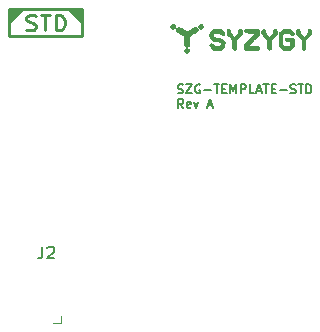
<source format=gbr>
%TF.GenerationSoftware,KiCad,Pcbnew,(6.0.7)*%
%TF.CreationDate,2022-08-04T10:24:46-07:00*%
%TF.ProjectId,SZG-TEMPLATE-STD,535a472d-5445-44d5-904c-4154452d5354,A*%
%TF.SameCoordinates,Original*%
%TF.FileFunction,Legend,Top*%
%TF.FilePolarity,Positive*%
%FSLAX46Y46*%
G04 Gerber Fmt 4.6, Leading zero omitted, Abs format (unit mm)*
G04 Created by KiCad (PCBNEW (6.0.7)) date 2022-08-04 10:24:46*
%MOMM*%
%LPD*%
G01*
G04 APERTURE LIST*
%ADD10C,0.190500*%
%ADD11C,0.250000*%
%ADD12C,0.150000*%
%ADD13C,0.254000*%
%ADD14C,0.120000*%
%ADD15C,0.010000*%
G04 APERTURE END LIST*
D10*
X136568967Y-66795018D02*
X136677825Y-66831304D01*
X136859253Y-66831304D01*
X136931825Y-66795018D01*
X136968110Y-66758732D01*
X137004396Y-66686161D01*
X137004396Y-66613590D01*
X136968110Y-66541018D01*
X136931825Y-66504732D01*
X136859253Y-66468447D01*
X136714110Y-66432161D01*
X136641539Y-66395875D01*
X136605253Y-66359590D01*
X136568967Y-66287018D01*
X136568967Y-66214447D01*
X136605253Y-66141875D01*
X136641539Y-66105590D01*
X136714110Y-66069304D01*
X136895539Y-66069304D01*
X137004396Y-66105590D01*
X137258396Y-66069304D02*
X137766396Y-66069304D01*
X137258396Y-66831304D01*
X137766396Y-66831304D01*
X138455825Y-66105590D02*
X138383253Y-66069304D01*
X138274396Y-66069304D01*
X138165539Y-66105590D01*
X138092967Y-66178161D01*
X138056682Y-66250732D01*
X138020396Y-66395875D01*
X138020396Y-66504732D01*
X138056682Y-66649875D01*
X138092967Y-66722447D01*
X138165539Y-66795018D01*
X138274396Y-66831304D01*
X138346967Y-66831304D01*
X138455825Y-66795018D01*
X138492110Y-66758732D01*
X138492110Y-66504732D01*
X138346967Y-66504732D01*
X138818682Y-66541018D02*
X139399253Y-66541018D01*
X139653253Y-66069304D02*
X140088682Y-66069304D01*
X139870967Y-66831304D02*
X139870967Y-66069304D01*
X140342682Y-66432161D02*
X140596682Y-66432161D01*
X140705539Y-66831304D02*
X140342682Y-66831304D01*
X140342682Y-66069304D01*
X140705539Y-66069304D01*
X141032110Y-66831304D02*
X141032110Y-66069304D01*
X141286110Y-66613590D01*
X141540110Y-66069304D01*
X141540110Y-66831304D01*
X141902967Y-66831304D02*
X141902967Y-66069304D01*
X142193253Y-66069304D01*
X142265825Y-66105590D01*
X142302110Y-66141875D01*
X142338396Y-66214447D01*
X142338396Y-66323304D01*
X142302110Y-66395875D01*
X142265825Y-66432161D01*
X142193253Y-66468447D01*
X141902967Y-66468447D01*
X143027825Y-66831304D02*
X142664967Y-66831304D01*
X142664967Y-66069304D01*
X143245539Y-66613590D02*
X143608396Y-66613590D01*
X143172967Y-66831304D02*
X143426967Y-66069304D01*
X143680967Y-66831304D01*
X143826110Y-66069304D02*
X144261539Y-66069304D01*
X144043825Y-66831304D02*
X144043825Y-66069304D01*
X144515539Y-66432161D02*
X144769539Y-66432161D01*
X144878396Y-66831304D02*
X144515539Y-66831304D01*
X144515539Y-66069304D01*
X144878396Y-66069304D01*
X145204967Y-66541018D02*
X145785539Y-66541018D01*
X146112110Y-66795018D02*
X146220967Y-66831304D01*
X146402396Y-66831304D01*
X146474967Y-66795018D01*
X146511253Y-66758732D01*
X146547539Y-66686161D01*
X146547539Y-66613590D01*
X146511253Y-66541018D01*
X146474967Y-66504732D01*
X146402396Y-66468447D01*
X146257253Y-66432161D01*
X146184682Y-66395875D01*
X146148396Y-66359590D01*
X146112110Y-66287018D01*
X146112110Y-66214447D01*
X146148396Y-66141875D01*
X146184682Y-66105590D01*
X146257253Y-66069304D01*
X146438682Y-66069304D01*
X146547539Y-66105590D01*
X146765253Y-66069304D02*
X147200682Y-66069304D01*
X146982967Y-66831304D02*
X146982967Y-66069304D01*
X147454682Y-66831304D02*
X147454682Y-66069304D01*
X147636110Y-66069304D01*
X147744967Y-66105590D01*
X147817539Y-66178161D01*
X147853825Y-66250732D01*
X147890110Y-66395875D01*
X147890110Y-66504732D01*
X147853825Y-66649875D01*
X147817539Y-66722447D01*
X147744967Y-66795018D01*
X147636110Y-66831304D01*
X147454682Y-66831304D01*
X137040682Y-68058124D02*
X136786682Y-67695267D01*
X136605253Y-68058124D02*
X136605253Y-67296124D01*
X136895539Y-67296124D01*
X136968110Y-67332410D01*
X137004396Y-67368695D01*
X137040682Y-67441267D01*
X137040682Y-67550124D01*
X137004396Y-67622695D01*
X136968110Y-67658981D01*
X136895539Y-67695267D01*
X136605253Y-67695267D01*
X137657539Y-68021838D02*
X137584967Y-68058124D01*
X137439825Y-68058124D01*
X137367253Y-68021838D01*
X137330967Y-67949267D01*
X137330967Y-67658981D01*
X137367253Y-67586410D01*
X137439825Y-67550124D01*
X137584967Y-67550124D01*
X137657539Y-67586410D01*
X137693825Y-67658981D01*
X137693825Y-67731552D01*
X137330967Y-67804124D01*
X137947825Y-67550124D02*
X138129253Y-68058124D01*
X138310682Y-67550124D01*
X139145253Y-67840410D02*
X139508110Y-67840410D01*
X139072682Y-68058124D02*
X139326682Y-67296124D01*
X139580682Y-68058124D01*
D11*
%TO.C,REF\u002A\u002A*%
X123766666Y-61426190D02*
X123966666Y-61488095D01*
X124300000Y-61488095D01*
X124433333Y-61426190D01*
X124500000Y-61364285D01*
X124566666Y-61240476D01*
X124566666Y-61116666D01*
X124500000Y-60992857D01*
X124433333Y-60930952D01*
X124300000Y-60869047D01*
X124033333Y-60807142D01*
X123900000Y-60745238D01*
X123833333Y-60683333D01*
X123766666Y-60559523D01*
X123766666Y-60435714D01*
X123833333Y-60311904D01*
X123900000Y-60250000D01*
X124033333Y-60188095D01*
X124366666Y-60188095D01*
X124566666Y-60250000D01*
X124966666Y-60188095D02*
X125766666Y-60188095D01*
X125366666Y-61488095D02*
X125366666Y-60188095D01*
X126233333Y-61488095D02*
X126233333Y-60188095D01*
X126566666Y-60188095D01*
X126766666Y-60250000D01*
X126900000Y-60373809D01*
X126966666Y-60497619D01*
X127033333Y-60745238D01*
X127033333Y-60930952D01*
X126966666Y-61178571D01*
X126900000Y-61302380D01*
X126766666Y-61426190D01*
X126566666Y-61488095D01*
X126233333Y-61488095D01*
D12*
%TO.C,J2*%
X125116666Y-79802380D02*
X125116666Y-80516666D01*
X125069047Y-80659523D01*
X124973809Y-80754761D01*
X124830952Y-80802380D01*
X124735714Y-80802380D01*
X125545238Y-79897619D02*
X125592857Y-79850000D01*
X125688095Y-79802380D01*
X125926190Y-79802380D01*
X126021428Y-79850000D01*
X126069047Y-79897619D01*
X126116666Y-79992857D01*
X126116666Y-80088095D01*
X126069047Y-80230952D01*
X125497619Y-80802380D01*
X126116666Y-80802380D01*
D13*
%TO.C,REF\u002A\u002A*%
X122300000Y-62000000D02*
X128500000Y-62000000D01*
X123400000Y-59700000D02*
X122300000Y-60800000D01*
X128500000Y-59700000D02*
X128500000Y-62000000D01*
X122300000Y-59700000D02*
X122300000Y-62000000D01*
X122300000Y-59700000D02*
X128500000Y-59700000D01*
X127400000Y-59700000D02*
X128500000Y-60800000D01*
G36*
X128500000Y-60800000D02*
G01*
X127400000Y-59700000D01*
X128500000Y-59700000D01*
X128500000Y-60800000D01*
G37*
D12*
X128500000Y-60800000D02*
X127400000Y-59700000D01*
X128500000Y-59700000D01*
X128500000Y-60800000D01*
G36*
X122300000Y-60800000D02*
G01*
X122300000Y-59700000D01*
X123400000Y-59700000D01*
X122300000Y-60800000D01*
G37*
X122300000Y-60800000D02*
X122300000Y-59700000D01*
X123400000Y-59700000D01*
X122300000Y-60800000D01*
D14*
%TO.C,J2*%
X126670000Y-86305000D02*
X126035000Y-86305000D01*
X126670000Y-85670000D02*
X126670000Y-86305000D01*
%TO.C,G\u002A\u002A\u002A*%
G36*
X138615665Y-60986671D02*
G01*
X138649857Y-61020317D01*
X138700432Y-61107181D01*
X138704999Y-61192039D01*
X138663594Y-61273666D01*
X138642140Y-61297413D01*
X138565822Y-61351641D01*
X138489925Y-61359840D01*
X138412268Y-61322041D01*
X138387947Y-61301409D01*
X138326643Y-61220996D01*
X138310914Y-61137904D01*
X138340870Y-61055317D01*
X138377967Y-61010149D01*
X138456503Y-60957794D01*
X138538029Y-60950054D01*
X138615665Y-60986671D01*
G37*
D15*
X138615665Y-60986671D02*
X138649857Y-61020317D01*
X138700432Y-61107181D01*
X138704999Y-61192039D01*
X138663594Y-61273666D01*
X138642140Y-61297413D01*
X138565822Y-61351641D01*
X138489925Y-61359840D01*
X138412268Y-61322041D01*
X138387947Y-61301409D01*
X138326643Y-61220996D01*
X138310914Y-61137904D01*
X138340870Y-61055317D01*
X138377967Y-61010149D01*
X138456503Y-60957794D01*
X138538029Y-60950054D01*
X138615665Y-60986671D01*
G36*
X136243672Y-60979340D02*
G01*
X136307979Y-61043724D01*
X136331739Y-61088944D01*
X136344378Y-61174419D01*
X136317235Y-61256084D01*
X136255650Y-61320301D01*
X136236804Y-61331362D01*
X136167449Y-61359476D01*
X136111867Y-61358228D01*
X136065728Y-61338108D01*
X135985288Y-61273839D01*
X135946418Y-61196398D01*
X135950396Y-61112534D01*
X135998497Y-61028995D01*
X136005719Y-61020987D01*
X136083011Y-60965985D01*
X136165505Y-60952764D01*
X136243672Y-60979340D01*
G37*
X136243672Y-60979340D02*
X136307979Y-61043724D01*
X136331739Y-61088944D01*
X136344378Y-61174419D01*
X136317235Y-61256084D01*
X136255650Y-61320301D01*
X136236804Y-61331362D01*
X136167449Y-61359476D01*
X136111867Y-61358228D01*
X136065728Y-61338108D01*
X135985288Y-61273839D01*
X135946418Y-61196398D01*
X135950396Y-61112534D01*
X135998497Y-61028995D01*
X136005719Y-61020987D01*
X136083011Y-60965985D01*
X136165505Y-60952764D01*
X136243672Y-60979340D01*
G36*
X136633492Y-61213003D02*
G01*
X136670035Y-61222917D01*
X136719393Y-61244197D01*
X136787848Y-61279657D01*
X136881683Y-61332109D01*
X137007178Y-61404368D01*
X137050962Y-61429761D01*
X137148696Y-61484874D01*
X137234230Y-61530126D01*
X137298524Y-61560934D01*
X137332537Y-61572716D01*
X137333014Y-61572727D01*
X137366510Y-61561237D01*
X137429310Y-61530151D01*
X137511680Y-61484549D01*
X137583143Y-61442235D01*
X137739850Y-61349193D01*
X137864494Y-61281743D01*
X137962595Y-61238639D01*
X138039672Y-61218634D01*
X138101246Y-61220482D01*
X138152834Y-61242935D01*
X138199958Y-61284748D01*
X138213250Y-61299928D01*
X138255819Y-61364061D01*
X138269021Y-61424830D01*
X138250344Y-61485930D01*
X138197277Y-61551057D01*
X138107309Y-61623906D01*
X137977929Y-61708172D01*
X137907290Y-61750156D01*
X137803529Y-61810325D01*
X137710825Y-61863621D01*
X137638188Y-61904894D01*
X137594631Y-61928995D01*
X137590275Y-61931265D01*
X137573494Y-61942627D01*
X137560919Y-61961656D01*
X137551650Y-61994986D01*
X137544784Y-62049246D01*
X137539421Y-62131068D01*
X137534660Y-62247085D01*
X137530646Y-62369992D01*
X137526283Y-62503164D01*
X137522053Y-62619295D01*
X137518260Y-62710953D01*
X137515211Y-62770707D01*
X137513328Y-62791112D01*
X137486699Y-62811605D01*
X137437418Y-62840917D01*
X137383673Y-62869132D01*
X137343657Y-62886335D01*
X137335728Y-62887919D01*
X137300272Y-62878780D01*
X137244927Y-62857623D01*
X137239409Y-62855248D01*
X137181368Y-62819869D01*
X137142066Y-62778286D01*
X137141273Y-62776852D01*
X137131762Y-62735462D01*
X137124220Y-62654311D01*
X137119018Y-62539792D01*
X137116528Y-62398298D01*
X137116364Y-62348080D01*
X137116364Y-61965852D01*
X137029773Y-61911505D01*
X136954221Y-61865664D01*
X136868014Y-61815520D01*
X136839273Y-61799328D01*
X136694956Y-61718392D01*
X136586266Y-61655000D01*
X136508173Y-61604792D01*
X136455649Y-61563405D01*
X136423664Y-61526478D01*
X136407192Y-61489649D01*
X136401201Y-61448555D01*
X136400546Y-61418786D01*
X136421718Y-61334706D01*
X136477558Y-61264045D01*
X136556552Y-61220283D01*
X136573728Y-61216021D01*
X136603484Y-61211643D01*
X136633492Y-61213003D01*
G37*
X136633492Y-61213003D02*
X136670035Y-61222917D01*
X136719393Y-61244197D01*
X136787848Y-61279657D01*
X136881683Y-61332109D01*
X137007178Y-61404368D01*
X137050962Y-61429761D01*
X137148696Y-61484874D01*
X137234230Y-61530126D01*
X137298524Y-61560934D01*
X137332537Y-61572716D01*
X137333014Y-61572727D01*
X137366510Y-61561237D01*
X137429310Y-61530151D01*
X137511680Y-61484549D01*
X137583143Y-61442235D01*
X137739850Y-61349193D01*
X137864494Y-61281743D01*
X137962595Y-61238639D01*
X138039672Y-61218634D01*
X138101246Y-61220482D01*
X138152834Y-61242935D01*
X138199958Y-61284748D01*
X138213250Y-61299928D01*
X138255819Y-61364061D01*
X138269021Y-61424830D01*
X138250344Y-61485930D01*
X138197277Y-61551057D01*
X138107309Y-61623906D01*
X137977929Y-61708172D01*
X137907290Y-61750156D01*
X137803529Y-61810325D01*
X137710825Y-61863621D01*
X137638188Y-61904894D01*
X137594631Y-61928995D01*
X137590275Y-61931265D01*
X137573494Y-61942627D01*
X137560919Y-61961656D01*
X137551650Y-61994986D01*
X137544784Y-62049246D01*
X137539421Y-62131068D01*
X137534660Y-62247085D01*
X137530646Y-62369992D01*
X137526283Y-62503164D01*
X137522053Y-62619295D01*
X137518260Y-62710953D01*
X137515211Y-62770707D01*
X137513328Y-62791112D01*
X137486699Y-62811605D01*
X137437418Y-62840917D01*
X137383673Y-62869132D01*
X137343657Y-62886335D01*
X137335728Y-62887919D01*
X137300272Y-62878780D01*
X137244927Y-62857623D01*
X137239409Y-62855248D01*
X137181368Y-62819869D01*
X137142066Y-62778286D01*
X137141273Y-62776852D01*
X137131762Y-62735462D01*
X137124220Y-62654311D01*
X137119018Y-62539792D01*
X137116528Y-62398298D01*
X137116364Y-62348080D01*
X137116364Y-61965852D01*
X137029773Y-61911505D01*
X136954221Y-61865664D01*
X136868014Y-61815520D01*
X136839273Y-61799328D01*
X136694956Y-61718392D01*
X136586266Y-61655000D01*
X136508173Y-61604792D01*
X136455649Y-61563405D01*
X136423664Y-61526478D01*
X136407192Y-61489649D01*
X136401201Y-61448555D01*
X136400546Y-61418786D01*
X136421718Y-61334706D01*
X136477558Y-61264045D01*
X136556552Y-61220283D01*
X136573728Y-61216021D01*
X136603484Y-61211643D01*
X136633492Y-61213003D01*
G36*
X146805766Y-61384187D02*
G01*
X146859727Y-61434375D01*
X146895254Y-61515085D01*
X146906569Y-61607941D01*
X146909601Y-61653315D01*
X146922381Y-61693100D01*
X146951003Y-61736698D01*
X147001557Y-61793514D01*
X147074879Y-61867732D01*
X147242849Y-62034580D01*
X147409697Y-61866611D01*
X147485155Y-61789523D01*
X147533583Y-61734771D01*
X147560959Y-61692387D01*
X147573260Y-61652407D01*
X147576465Y-61604865D01*
X147576546Y-61588453D01*
X147583230Y-61507420D01*
X147607845Y-61451079D01*
X147633223Y-61421587D01*
X147690798Y-61376192D01*
X147742597Y-61370302D01*
X147803387Y-61403203D01*
X147815886Y-61412767D01*
X147846270Y-61440090D01*
X147864412Y-61471020D01*
X147873439Y-61517596D01*
X147876477Y-61591858D01*
X147876728Y-61647127D01*
X147876728Y-61833629D01*
X147391818Y-62325711D01*
X147391818Y-62671445D01*
X147390709Y-62816442D01*
X147386995Y-62922058D01*
X147380094Y-62995046D01*
X147369424Y-63042164D01*
X147357888Y-63065621D01*
X147299058Y-63116871D01*
X147228231Y-63129165D01*
X147207091Y-63124592D01*
X147165336Y-63108688D01*
X147135042Y-63086333D01*
X147114387Y-63050577D01*
X147101546Y-62994468D01*
X147094696Y-62911056D01*
X147092013Y-62793388D01*
X147091637Y-62684549D01*
X147091637Y-62325711D01*
X146849182Y-62079670D01*
X146606728Y-61833629D01*
X146606728Y-61634438D01*
X146607601Y-61537357D01*
X146612052Y-61475463D01*
X146622826Y-61437765D01*
X146642670Y-61413275D01*
X146666244Y-61396250D01*
X146739298Y-61369739D01*
X146805766Y-61384187D01*
G37*
X146805766Y-61384187D02*
X146859727Y-61434375D01*
X146895254Y-61515085D01*
X146906569Y-61607941D01*
X146909601Y-61653315D01*
X146922381Y-61693100D01*
X146951003Y-61736698D01*
X147001557Y-61793514D01*
X147074879Y-61867732D01*
X147242849Y-62034580D01*
X147409697Y-61866611D01*
X147485155Y-61789523D01*
X147533583Y-61734771D01*
X147560959Y-61692387D01*
X147573260Y-61652407D01*
X147576465Y-61604865D01*
X147576546Y-61588453D01*
X147583230Y-61507420D01*
X147607845Y-61451079D01*
X147633223Y-61421587D01*
X147690798Y-61376192D01*
X147742597Y-61370302D01*
X147803387Y-61403203D01*
X147815886Y-61412767D01*
X147846270Y-61440090D01*
X147864412Y-61471020D01*
X147873439Y-61517596D01*
X147876477Y-61591858D01*
X147876728Y-61647127D01*
X147876728Y-61833629D01*
X147391818Y-62325711D01*
X147391818Y-62671445D01*
X147390709Y-62816442D01*
X147386995Y-62922058D01*
X147380094Y-62995046D01*
X147369424Y-63042164D01*
X147357888Y-63065621D01*
X147299058Y-63116871D01*
X147228231Y-63129165D01*
X147207091Y-63124592D01*
X147165336Y-63108688D01*
X147135042Y-63086333D01*
X147114387Y-63050577D01*
X147101546Y-62994468D01*
X147094696Y-62911056D01*
X147092013Y-62793388D01*
X147091637Y-62684549D01*
X147091637Y-62325711D01*
X146849182Y-62079670D01*
X146606728Y-61833629D01*
X146606728Y-61634438D01*
X146607601Y-61537357D01*
X146612052Y-61475463D01*
X146622826Y-61437765D01*
X146642670Y-61413275D01*
X146666244Y-61396250D01*
X146739298Y-61369739D01*
X146805766Y-61384187D01*
G36*
X146236649Y-61537472D02*
G01*
X146314988Y-61617970D01*
X146364192Y-61676821D01*
X146390151Y-61722482D01*
X146398750Y-61763411D01*
X146398909Y-61770575D01*
X146385271Y-61836470D01*
X146356682Y-61880876D01*
X146298073Y-61915366D01*
X146234884Y-61912619D01*
X146161729Y-61871092D01*
X146087182Y-61803636D01*
X145973464Y-61688182D01*
X145775080Y-61688182D01*
X145678313Y-61688973D01*
X145615097Y-61693701D01*
X145572802Y-61705900D01*
X145538798Y-61729103D01*
X145502894Y-61764327D01*
X145429091Y-61840471D01*
X145429091Y-62671718D01*
X145516656Y-62757223D01*
X145563455Y-62800730D01*
X145602868Y-62826226D01*
X145649675Y-62838520D01*
X145718654Y-62842418D01*
X145779514Y-62842727D01*
X145954808Y-62842727D01*
X146039473Y-62749013D01*
X146089130Y-62689522D01*
X146113112Y-62641048D01*
X146119049Y-62582619D01*
X146117206Y-62535422D01*
X146110273Y-62415545D01*
X145911030Y-62408915D01*
X145789282Y-62399921D01*
X145706837Y-62380109D01*
X145657385Y-62345904D01*
X145634618Y-62293729D01*
X145631137Y-62250297D01*
X145638381Y-62195542D01*
X145663991Y-62155843D01*
X145713782Y-62129018D01*
X145793569Y-62112886D01*
X145909167Y-62105263D01*
X146021517Y-62103818D01*
X146141845Y-62104300D01*
X146225149Y-62106752D01*
X146280585Y-62112684D01*
X146317308Y-62123604D01*
X146344474Y-62141023D01*
X146365323Y-62160496D01*
X146389710Y-62187601D01*
X146405878Y-62217213D01*
X146415507Y-62258952D01*
X146420278Y-62322436D01*
X146421870Y-62417286D01*
X146422000Y-62484915D01*
X146419303Y-62628926D01*
X146410893Y-62731851D01*
X146396294Y-62798490D01*
X146389175Y-62815010D01*
X146350287Y-62869990D01*
X146287581Y-62940278D01*
X146213944Y-63013158D01*
X146142266Y-63075915D01*
X146085435Y-63115834D01*
X146082927Y-63117149D01*
X146038460Y-63127656D01*
X145960036Y-63135188D01*
X145859786Y-63139679D01*
X145749842Y-63141064D01*
X145642338Y-63139278D01*
X145549404Y-63134258D01*
X145483174Y-63125936D01*
X145463728Y-63120460D01*
X145426720Y-63095431D01*
X145368819Y-63045984D01*
X145300698Y-62981415D01*
X145279000Y-62959604D01*
X145140455Y-62818270D01*
X145133426Y-62295676D01*
X145131948Y-62088855D01*
X145133639Y-61925532D01*
X145138475Y-61806437D01*
X145146435Y-61732301D01*
X145151947Y-61711401D01*
X145180172Y-61666396D01*
X145232230Y-61602101D01*
X145298113Y-61530647D01*
X145315570Y-61513087D01*
X145453643Y-61376455D01*
X146074388Y-61376455D01*
X146236649Y-61537472D01*
G37*
X146236649Y-61537472D02*
X146314988Y-61617970D01*
X146364192Y-61676821D01*
X146390151Y-61722482D01*
X146398750Y-61763411D01*
X146398909Y-61770575D01*
X146385271Y-61836470D01*
X146356682Y-61880876D01*
X146298073Y-61915366D01*
X146234884Y-61912619D01*
X146161729Y-61871092D01*
X146087182Y-61803636D01*
X145973464Y-61688182D01*
X145775080Y-61688182D01*
X145678313Y-61688973D01*
X145615097Y-61693701D01*
X145572802Y-61705900D01*
X145538798Y-61729103D01*
X145502894Y-61764327D01*
X145429091Y-61840471D01*
X145429091Y-62671718D01*
X145516656Y-62757223D01*
X145563455Y-62800730D01*
X145602868Y-62826226D01*
X145649675Y-62838520D01*
X145718654Y-62842418D01*
X145779514Y-62842727D01*
X145954808Y-62842727D01*
X146039473Y-62749013D01*
X146089130Y-62689522D01*
X146113112Y-62641048D01*
X146119049Y-62582619D01*
X146117206Y-62535422D01*
X146110273Y-62415545D01*
X145911030Y-62408915D01*
X145789282Y-62399921D01*
X145706837Y-62380109D01*
X145657385Y-62345904D01*
X145634618Y-62293729D01*
X145631137Y-62250297D01*
X145638381Y-62195542D01*
X145663991Y-62155843D01*
X145713782Y-62129018D01*
X145793569Y-62112886D01*
X145909167Y-62105263D01*
X146021517Y-62103818D01*
X146141845Y-62104300D01*
X146225149Y-62106752D01*
X146280585Y-62112684D01*
X146317308Y-62123604D01*
X146344474Y-62141023D01*
X146365323Y-62160496D01*
X146389710Y-62187601D01*
X146405878Y-62217213D01*
X146415507Y-62258952D01*
X146420278Y-62322436D01*
X146421870Y-62417286D01*
X146422000Y-62484915D01*
X146419303Y-62628926D01*
X146410893Y-62731851D01*
X146396294Y-62798490D01*
X146389175Y-62815010D01*
X146350287Y-62869990D01*
X146287581Y-62940278D01*
X146213944Y-63013158D01*
X146142266Y-63075915D01*
X146085435Y-63115834D01*
X146082927Y-63117149D01*
X146038460Y-63127656D01*
X145960036Y-63135188D01*
X145859786Y-63139679D01*
X145749842Y-63141064D01*
X145642338Y-63139278D01*
X145549404Y-63134258D01*
X145483174Y-63125936D01*
X145463728Y-63120460D01*
X145426720Y-63095431D01*
X145368819Y-63045984D01*
X145300698Y-62981415D01*
X145279000Y-62959604D01*
X145140455Y-62818270D01*
X145133426Y-62295676D01*
X145131948Y-62088855D01*
X145133639Y-61925532D01*
X145138475Y-61806437D01*
X145146435Y-61732301D01*
X145151947Y-61711401D01*
X145180172Y-61666396D01*
X145232230Y-61602101D01*
X145298113Y-61530647D01*
X145315570Y-61513087D01*
X145453643Y-61376455D01*
X146074388Y-61376455D01*
X146236649Y-61537472D01*
G36*
X143873347Y-61389100D02*
G01*
X143931037Y-61435267D01*
X143964748Y-61520426D01*
X143974364Y-61628169D01*
X143976732Y-61676003D01*
X143988013Y-61715761D01*
X144014476Y-61757264D01*
X144062390Y-61810332D01*
X144138021Y-61884784D01*
X144138371Y-61885123D01*
X144302379Y-62043459D01*
X144473190Y-61868732D01*
X144549538Y-61789500D01*
X144598936Y-61733109D01*
X144627227Y-61689888D01*
X144640259Y-61650166D01*
X144643876Y-61604270D01*
X144644000Y-61586135D01*
X144658514Y-61489061D01*
X144697150Y-61419596D01*
X144752555Y-61381914D01*
X144817373Y-61380187D01*
X144884248Y-61418590D01*
X144903773Y-61438746D01*
X144926594Y-61478499D01*
X144939331Y-61539172D01*
X144944025Y-61631920D01*
X144944182Y-61659554D01*
X144944182Y-61833629D01*
X144701728Y-62079670D01*
X144459273Y-62325711D01*
X144459273Y-62677632D01*
X144458987Y-62812403D01*
X144457393Y-62908966D01*
X144453383Y-62975294D01*
X144445853Y-63019361D01*
X144433696Y-63049139D01*
X144415806Y-63072602D01*
X144402595Y-63086231D01*
X144332475Y-63134435D01*
X144264450Y-63136558D01*
X144222271Y-63114045D01*
X144189610Y-63079383D01*
X144165868Y-63027975D01*
X144149868Y-62953230D01*
X144140431Y-62848557D01*
X144136380Y-62707365D01*
X144136000Y-62631315D01*
X144136000Y-62307455D01*
X143936129Y-62107500D01*
X143830501Y-61999751D01*
X143754389Y-61915443D01*
X143703103Y-61846992D01*
X143671951Y-61786812D01*
X143656243Y-61727316D01*
X143651290Y-61660919D01*
X143651177Y-61646626D01*
X143663342Y-61526095D01*
X143698291Y-61438984D01*
X143753421Y-61388313D01*
X143826129Y-61377099D01*
X143873347Y-61389100D01*
G37*
X143873347Y-61389100D02*
X143931037Y-61435267D01*
X143964748Y-61520426D01*
X143974364Y-61628169D01*
X143976732Y-61676003D01*
X143988013Y-61715761D01*
X144014476Y-61757264D01*
X144062390Y-61810332D01*
X144138021Y-61884784D01*
X144138371Y-61885123D01*
X144302379Y-62043459D01*
X144473190Y-61868732D01*
X144549538Y-61789500D01*
X144598936Y-61733109D01*
X144627227Y-61689888D01*
X144640259Y-61650166D01*
X144643876Y-61604270D01*
X144644000Y-61586135D01*
X144658514Y-61489061D01*
X144697150Y-61419596D01*
X144752555Y-61381914D01*
X144817373Y-61380187D01*
X144884248Y-61418590D01*
X144903773Y-61438746D01*
X144926594Y-61478499D01*
X144939331Y-61539172D01*
X144944025Y-61631920D01*
X144944182Y-61659554D01*
X144944182Y-61833629D01*
X144701728Y-62079670D01*
X144459273Y-62325711D01*
X144459273Y-62677632D01*
X144458987Y-62812403D01*
X144457393Y-62908966D01*
X144453383Y-62975294D01*
X144445853Y-63019361D01*
X144433696Y-63049139D01*
X144415806Y-63072602D01*
X144402595Y-63086231D01*
X144332475Y-63134435D01*
X144264450Y-63136558D01*
X144222271Y-63114045D01*
X144189610Y-63079383D01*
X144165868Y-63027975D01*
X144149868Y-62953230D01*
X144140431Y-62848557D01*
X144136380Y-62707365D01*
X144136000Y-62631315D01*
X144136000Y-62307455D01*
X143936129Y-62107500D01*
X143830501Y-61999751D01*
X143754389Y-61915443D01*
X143703103Y-61846992D01*
X143671951Y-61786812D01*
X143656243Y-61727316D01*
X143651290Y-61660919D01*
X143651177Y-61646626D01*
X143663342Y-61526095D01*
X143698291Y-61438984D01*
X143753421Y-61388313D01*
X143826129Y-61377099D01*
X143873347Y-61389100D01*
G36*
X142972718Y-61365898D02*
G01*
X143111265Y-61368664D01*
X143229391Y-61372904D01*
X143319419Y-61378318D01*
X143373672Y-61384602D01*
X143382879Y-61386986D01*
X143431873Y-61428703D01*
X143466826Y-61505524D01*
X143484794Y-61607724D01*
X143483466Y-61719293D01*
X143479680Y-61751963D01*
X143472807Y-61781646D01*
X143459319Y-61812590D01*
X143435689Y-61849043D01*
X143398389Y-61895255D01*
X143343891Y-61955473D01*
X143268666Y-62033946D01*
X143169188Y-62134921D01*
X143041929Y-62262647D01*
X142984612Y-62320022D01*
X142861931Y-62443354D01*
X142750551Y-62556385D01*
X142654491Y-62654949D01*
X142577772Y-62734885D01*
X142524411Y-62792029D01*
X142498429Y-62822216D01*
X142496546Y-62825606D01*
X142518464Y-62830892D01*
X142579535Y-62835516D01*
X142672729Y-62839207D01*
X142791018Y-62841697D01*
X142927374Y-62842716D01*
X142943240Y-62842727D01*
X143099081Y-62843087D01*
X143215292Y-62844547D01*
X143298421Y-62847678D01*
X143355017Y-62853049D01*
X143391627Y-62861231D01*
X143414801Y-62872795D01*
X143428149Y-62884955D01*
X143461607Y-62952943D01*
X143458649Y-63029805D01*
X143420182Y-63096727D01*
X143403100Y-63111405D01*
X143381015Y-63122600D01*
X143347948Y-63130782D01*
X143297915Y-63136419D01*
X143224936Y-63139981D01*
X143123027Y-63141937D01*
X142986209Y-63142756D01*
X142831364Y-63142909D01*
X142658695Y-63142704D01*
X142526225Y-63141778D01*
X142427974Y-63139660D01*
X142357958Y-63135881D01*
X142310196Y-63129973D01*
X142278706Y-63121467D01*
X142257508Y-63109892D01*
X142242546Y-63096727D01*
X142218809Y-63065521D01*
X142204728Y-63022767D01*
X142198012Y-62956777D01*
X142196364Y-62861273D01*
X142196364Y-62672000D01*
X142684906Y-62181527D01*
X143173447Y-61691054D01*
X142733450Y-61683845D01*
X142578359Y-61680903D01*
X142462683Y-61677405D01*
X142379655Y-61672643D01*
X142322509Y-61665907D01*
X142284477Y-61656488D01*
X142258793Y-61643677D01*
X142244908Y-61632648D01*
X142202852Y-61567790D01*
X142201366Y-61495371D01*
X142239716Y-61428491D01*
X142257205Y-61412767D01*
X142279688Y-61397031D01*
X142306023Y-61385175D01*
X142342648Y-61376652D01*
X142396001Y-61370916D01*
X142472519Y-61367422D01*
X142578638Y-61365624D01*
X142720798Y-61364974D01*
X142821429Y-61364909D01*
X142972718Y-61365898D01*
G37*
X142972718Y-61365898D02*
X143111265Y-61368664D01*
X143229391Y-61372904D01*
X143319419Y-61378318D01*
X143373672Y-61384602D01*
X143382879Y-61386986D01*
X143431873Y-61428703D01*
X143466826Y-61505524D01*
X143484794Y-61607724D01*
X143483466Y-61719293D01*
X143479680Y-61751963D01*
X143472807Y-61781646D01*
X143459319Y-61812590D01*
X143435689Y-61849043D01*
X143398389Y-61895255D01*
X143343891Y-61955473D01*
X143268666Y-62033946D01*
X143169188Y-62134921D01*
X143041929Y-62262647D01*
X142984612Y-62320022D01*
X142861931Y-62443354D01*
X142750551Y-62556385D01*
X142654491Y-62654949D01*
X142577772Y-62734885D01*
X142524411Y-62792029D01*
X142498429Y-62822216D01*
X142496546Y-62825606D01*
X142518464Y-62830892D01*
X142579535Y-62835516D01*
X142672729Y-62839207D01*
X142791018Y-62841697D01*
X142927374Y-62842716D01*
X142943240Y-62842727D01*
X143099081Y-62843087D01*
X143215292Y-62844547D01*
X143298421Y-62847678D01*
X143355017Y-62853049D01*
X143391627Y-62861231D01*
X143414801Y-62872795D01*
X143428149Y-62884955D01*
X143461607Y-62952943D01*
X143458649Y-63029805D01*
X143420182Y-63096727D01*
X143403100Y-63111405D01*
X143381015Y-63122600D01*
X143347948Y-63130782D01*
X143297915Y-63136419D01*
X143224936Y-63139981D01*
X143123027Y-63141937D01*
X142986209Y-63142756D01*
X142831364Y-63142909D01*
X142658695Y-63142704D01*
X142526225Y-63141778D01*
X142427974Y-63139660D01*
X142357958Y-63135881D01*
X142310196Y-63129973D01*
X142278706Y-63121467D01*
X142257508Y-63109892D01*
X142242546Y-63096727D01*
X142218809Y-63065521D01*
X142204728Y-63022767D01*
X142198012Y-62956777D01*
X142196364Y-62861273D01*
X142196364Y-62672000D01*
X142684906Y-62181527D01*
X143173447Y-61691054D01*
X142733450Y-61683845D01*
X142578359Y-61680903D01*
X142462683Y-61677405D01*
X142379655Y-61672643D01*
X142322509Y-61665907D01*
X142284477Y-61656488D01*
X142258793Y-61643677D01*
X142244908Y-61632648D01*
X142202852Y-61567790D01*
X142201366Y-61495371D01*
X142239716Y-61428491D01*
X142257205Y-61412767D01*
X142279688Y-61397031D01*
X142306023Y-61385175D01*
X142342648Y-61376652D01*
X142396001Y-61370916D01*
X142472519Y-61367422D01*
X142578638Y-61365624D01*
X142720798Y-61364974D01*
X142821429Y-61364909D01*
X142972718Y-61365898D01*
G36*
X141894454Y-61377231D02*
G01*
X141954959Y-61421587D01*
X141985236Y-61457608D01*
X142002405Y-61498951D01*
X142010018Y-61559581D01*
X142011637Y-61644401D01*
X142011637Y-61810538D01*
X141769182Y-62056579D01*
X141526728Y-62302620D01*
X141526728Y-62643093D01*
X141524675Y-62804422D01*
X141517541Y-62925625D01*
X141503858Y-63012615D01*
X141482159Y-63071306D01*
X141450977Y-63107612D01*
X141408846Y-63127448D01*
X141406425Y-63128113D01*
X141350543Y-63140086D01*
X141313710Y-63132687D01*
X141273520Y-63099499D01*
X141260132Y-63086231D01*
X141238715Y-63063112D01*
X141223510Y-63038286D01*
X141213454Y-63003914D01*
X141207484Y-62952157D01*
X141204537Y-62875178D01*
X141203550Y-62765136D01*
X141203455Y-62668420D01*
X141203455Y-62307286D01*
X140987676Y-62095870D01*
X140904124Y-62012195D01*
X140831252Y-61935844D01*
X140776350Y-61874694D01*
X140746712Y-61836619D01*
X140745222Y-61834018D01*
X140731282Y-61785006D01*
X140721628Y-61707763D01*
X140718546Y-61630923D01*
X140721015Y-61543400D01*
X140731135Y-61486883D01*
X140752979Y-61446334D01*
X140775223Y-61421587D01*
X140832798Y-61376192D01*
X140884597Y-61370302D01*
X140945387Y-61403203D01*
X140957886Y-61412767D01*
X140995682Y-61450292D01*
X141013757Y-61496321D01*
X141018701Y-61568679D01*
X141018728Y-61577315D01*
X141020098Y-61630670D01*
X141028075Y-61672501D01*
X141048456Y-61712700D01*
X141087038Y-61761157D01*
X141149621Y-61827766D01*
X141189538Y-61868732D01*
X141360349Y-62043459D01*
X141521667Y-61887719D01*
X141595930Y-61815080D01*
X141643443Y-61763031D01*
X141670784Y-61720195D01*
X141684534Y-61675195D01*
X141691273Y-61616655D01*
X141693169Y-61591191D01*
X141703419Y-61503543D01*
X141721699Y-61447953D01*
X141752816Y-61410413D01*
X141756144Y-61407656D01*
X141827096Y-61369865D01*
X141894454Y-61377231D01*
G37*
X141894454Y-61377231D02*
X141954959Y-61421587D01*
X141985236Y-61457608D01*
X142002405Y-61498951D01*
X142010018Y-61559581D01*
X142011637Y-61644401D01*
X142011637Y-61810538D01*
X141769182Y-62056579D01*
X141526728Y-62302620D01*
X141526728Y-62643093D01*
X141524675Y-62804422D01*
X141517541Y-62925625D01*
X141503858Y-63012615D01*
X141482159Y-63071306D01*
X141450977Y-63107612D01*
X141408846Y-63127448D01*
X141406425Y-63128113D01*
X141350543Y-63140086D01*
X141313710Y-63132687D01*
X141273520Y-63099499D01*
X141260132Y-63086231D01*
X141238715Y-63063112D01*
X141223510Y-63038286D01*
X141213454Y-63003914D01*
X141207484Y-62952157D01*
X141204537Y-62875178D01*
X141203550Y-62765136D01*
X141203455Y-62668420D01*
X141203455Y-62307286D01*
X140987676Y-62095870D01*
X140904124Y-62012195D01*
X140831252Y-61935844D01*
X140776350Y-61874694D01*
X140746712Y-61836619D01*
X140745222Y-61834018D01*
X140731282Y-61785006D01*
X140721628Y-61707763D01*
X140718546Y-61630923D01*
X140721015Y-61543400D01*
X140731135Y-61486883D01*
X140752979Y-61446334D01*
X140775223Y-61421587D01*
X140832798Y-61376192D01*
X140884597Y-61370302D01*
X140945387Y-61403203D01*
X140957886Y-61412767D01*
X140995682Y-61450292D01*
X141013757Y-61496321D01*
X141018701Y-61568679D01*
X141018728Y-61577315D01*
X141020098Y-61630670D01*
X141028075Y-61672501D01*
X141048456Y-61712700D01*
X141087038Y-61761157D01*
X141149621Y-61827766D01*
X141189538Y-61868732D01*
X141360349Y-62043459D01*
X141521667Y-61887719D01*
X141595930Y-61815080D01*
X141643443Y-61763031D01*
X141670784Y-61720195D01*
X141684534Y-61675195D01*
X141691273Y-61616655D01*
X141693169Y-61591191D01*
X141703419Y-61503543D01*
X141721699Y-61447953D01*
X141752816Y-61410413D01*
X141756144Y-61407656D01*
X141827096Y-61369865D01*
X141894454Y-61377231D01*
G36*
X139912174Y-61366870D02*
G01*
X139967120Y-61368518D01*
X140212930Y-61376455D01*
X140376223Y-61544053D01*
X140450500Y-61621648D01*
X140497134Y-61675763D01*
X140521514Y-61715193D01*
X140529030Y-61748732D01*
X140525070Y-61785174D01*
X140524810Y-61786507D01*
X140493734Y-61869412D01*
X140442574Y-61911818D01*
X140373667Y-61913604D01*
X140289351Y-61874643D01*
X140201160Y-61803636D01*
X140079083Y-61688182D01*
X139886305Y-61688182D01*
X139789468Y-61689402D01*
X139726031Y-61695113D01*
X139683234Y-61708389D01*
X139648319Y-61732303D01*
X139628764Y-61750229D01*
X139574059Y-61826638D01*
X139565267Y-61906095D01*
X139602329Y-61987213D01*
X139640145Y-62030016D01*
X139675727Y-62063032D01*
X139707814Y-62084358D01*
X139747340Y-62096547D01*
X139805241Y-62102155D01*
X139892451Y-62103738D01*
X139955969Y-62103818D01*
X140195648Y-62103818D01*
X140538852Y-62447022D01*
X140530393Y-62633284D01*
X140521935Y-62819547D01*
X140366092Y-62975455D01*
X140210249Y-63131364D01*
X139915988Y-63138044D01*
X139790104Y-63140058D01*
X139700940Y-63138770D01*
X139639093Y-63133224D01*
X139595161Y-63122465D01*
X139559743Y-63105534D01*
X139552455Y-63101073D01*
X139500403Y-63061126D01*
X139433473Y-63000320D01*
X139373500Y-62939518D01*
X139297302Y-62840815D01*
X139262023Y-62753771D01*
X139268102Y-62680744D01*
X139315138Y-62624673D01*
X139365546Y-62597463D01*
X139413618Y-62594420D01*
X139468529Y-62618616D01*
X139539459Y-62673123D01*
X139587091Y-62715727D01*
X139725235Y-62842727D01*
X139896974Y-62842727D01*
X139987052Y-62841376D01*
X140045951Y-62834266D01*
X140088659Y-62816810D01*
X140130164Y-62784425D01*
X140151174Y-62764955D01*
X140214909Y-62688498D01*
X140233810Y-62617895D01*
X140207797Y-62547625D01*
X140147046Y-62481105D01*
X140106763Y-62446560D01*
X140071777Y-62424275D01*
X140030751Y-62411563D01*
X139972352Y-62405735D01*
X139885245Y-62404102D01*
X139822059Y-62404018D01*
X139583663Y-62404000D01*
X139443680Y-62271227D01*
X139347423Y-62171400D01*
X139285433Y-62083324D01*
X139251852Y-61995895D01*
X139240817Y-61898007D01*
X139240728Y-61886699D01*
X139246902Y-61794682D01*
X139269627Y-61717731D01*
X139315207Y-61643544D01*
X139389946Y-61559818D01*
X139426972Y-61523263D01*
X139495449Y-61459973D01*
X139555251Y-61415477D01*
X139616600Y-61386849D01*
X139689721Y-61371157D01*
X139784837Y-61365474D01*
X139912174Y-61366870D01*
G37*
X139912174Y-61366870D02*
X139967120Y-61368518D01*
X140212930Y-61376455D01*
X140376223Y-61544053D01*
X140450500Y-61621648D01*
X140497134Y-61675763D01*
X140521514Y-61715193D01*
X140529030Y-61748732D01*
X140525070Y-61785174D01*
X140524810Y-61786507D01*
X140493734Y-61869412D01*
X140442574Y-61911818D01*
X140373667Y-61913604D01*
X140289351Y-61874643D01*
X140201160Y-61803636D01*
X140079083Y-61688182D01*
X139886305Y-61688182D01*
X139789468Y-61689402D01*
X139726031Y-61695113D01*
X139683234Y-61708389D01*
X139648319Y-61732303D01*
X139628764Y-61750229D01*
X139574059Y-61826638D01*
X139565267Y-61906095D01*
X139602329Y-61987213D01*
X139640145Y-62030016D01*
X139675727Y-62063032D01*
X139707814Y-62084358D01*
X139747340Y-62096547D01*
X139805241Y-62102155D01*
X139892451Y-62103738D01*
X139955969Y-62103818D01*
X140195648Y-62103818D01*
X140538852Y-62447022D01*
X140530393Y-62633284D01*
X140521935Y-62819547D01*
X140366092Y-62975455D01*
X140210249Y-63131364D01*
X139915988Y-63138044D01*
X139790104Y-63140058D01*
X139700940Y-63138770D01*
X139639093Y-63133224D01*
X139595161Y-63122465D01*
X139559743Y-63105534D01*
X139552455Y-63101073D01*
X139500403Y-63061126D01*
X139433473Y-63000320D01*
X139373500Y-62939518D01*
X139297302Y-62840815D01*
X139262023Y-62753771D01*
X139268102Y-62680744D01*
X139315138Y-62624673D01*
X139365546Y-62597463D01*
X139413618Y-62594420D01*
X139468529Y-62618616D01*
X139539459Y-62673123D01*
X139587091Y-62715727D01*
X139725235Y-62842727D01*
X139896974Y-62842727D01*
X139987052Y-62841376D01*
X140045951Y-62834266D01*
X140088659Y-62816810D01*
X140130164Y-62784425D01*
X140151174Y-62764955D01*
X140214909Y-62688498D01*
X140233810Y-62617895D01*
X140207797Y-62547625D01*
X140147046Y-62481105D01*
X140106763Y-62446560D01*
X140071777Y-62424275D01*
X140030751Y-62411563D01*
X139972352Y-62405735D01*
X139885245Y-62404102D01*
X139822059Y-62404018D01*
X139583663Y-62404000D01*
X139443680Y-62271227D01*
X139347423Y-62171400D01*
X139285433Y-62083324D01*
X139251852Y-61995895D01*
X139240817Y-61898007D01*
X139240728Y-61886699D01*
X139246902Y-61794682D01*
X139269627Y-61717731D01*
X139315207Y-61643544D01*
X139389946Y-61559818D01*
X139426972Y-61523263D01*
X139495449Y-61459973D01*
X139555251Y-61415477D01*
X139616600Y-61386849D01*
X139689721Y-61371157D01*
X139784837Y-61365474D01*
X139912174Y-61366870D01*
G36*
X137363294Y-62991878D02*
G01*
X137450714Y-63033196D01*
X137506562Y-63098970D01*
X137527738Y-63178861D01*
X137511142Y-63262529D01*
X137464504Y-63329413D01*
X137388884Y-63382990D01*
X137309734Y-63391842D01*
X137229233Y-63362281D01*
X137161946Y-63302367D01*
X137128583Y-63221681D01*
X137134284Y-63134231D01*
X137139906Y-63118729D01*
X137188231Y-63050473D01*
X137259379Y-63003885D01*
X137337059Y-62988217D01*
X137363294Y-62991878D01*
G37*
X137363294Y-62991878D02*
X137450714Y-63033196D01*
X137506562Y-63098970D01*
X137527738Y-63178861D01*
X137511142Y-63262529D01*
X137464504Y-63329413D01*
X137388884Y-63382990D01*
X137309734Y-63391842D01*
X137229233Y-63362281D01*
X137161946Y-63302367D01*
X137128583Y-63221681D01*
X137134284Y-63134231D01*
X137139906Y-63118729D01*
X137188231Y-63050473D01*
X137259379Y-63003885D01*
X137337059Y-62988217D01*
X137363294Y-62991878D01*
%TD*%
M02*

</source>
